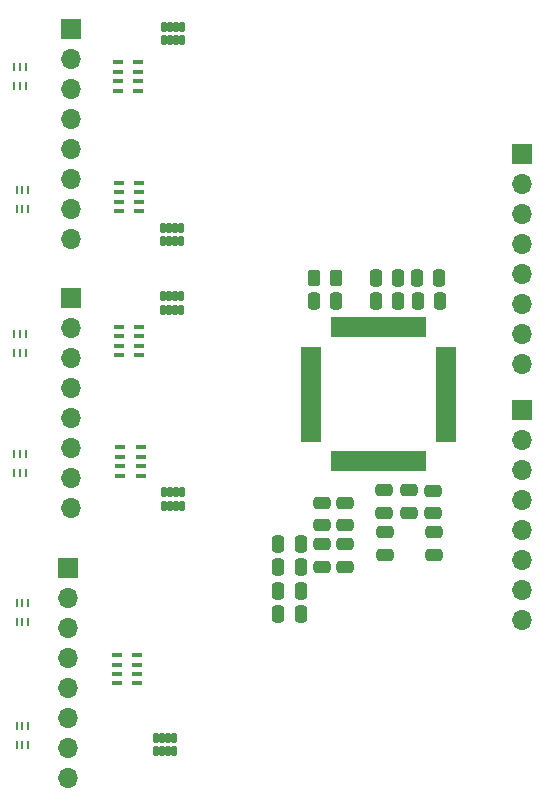
<source format=gbr>
%TF.GenerationSoftware,KiCad,Pcbnew,8.0.4*%
%TF.CreationDate,2024-11-14T19:13:44-05:00*%
%TF.ProjectId,ADS1299_Breakout_Board,41445331-3239-4395-9f42-7265616b6f75,rev?*%
%TF.SameCoordinates,Original*%
%TF.FileFunction,Soldermask,Top*%
%TF.FilePolarity,Negative*%
%FSLAX46Y46*%
G04 Gerber Fmt 4.6, Leading zero omitted, Abs format (unit mm)*
G04 Created by KiCad (PCBNEW 8.0.4) date 2024-11-14 19:13:44*
%MOMM*%
%LPD*%
G01*
G04 APERTURE LIST*
G04 Aperture macros list*
%AMRoundRect*
0 Rectangle with rounded corners*
0 $1 Rounding radius*
0 $2 $3 $4 $5 $6 $7 $8 $9 X,Y pos of 4 corners*
0 Add a 4 corners polygon primitive as box body*
4,1,4,$2,$3,$4,$5,$6,$7,$8,$9,$2,$3,0*
0 Add four circle primitives for the rounded corners*
1,1,$1+$1,$2,$3*
1,1,$1+$1,$4,$5*
1,1,$1+$1,$6,$7*
1,1,$1+$1,$8,$9*
0 Add four rect primitives between the rounded corners*
20,1,$1+$1,$2,$3,$4,$5,0*
20,1,$1+$1,$4,$5,$6,$7,0*
20,1,$1+$1,$6,$7,$8,$9,0*
20,1,$1+$1,$8,$9,$2,$3,0*%
G04 Aperture macros list end*
%ADD10RoundRect,0.250000X-0.250000X-0.475000X0.250000X-0.475000X0.250000X0.475000X-0.250000X0.475000X0*%
%ADD11RoundRect,0.250000X-0.475000X0.250000X-0.475000X-0.250000X0.475000X-0.250000X0.475000X0.250000X0*%
%ADD12RoundRect,0.102000X0.125000X-0.300000X0.125000X0.300000X-0.125000X0.300000X-0.125000X-0.300000X0*%
%ADD13R,0.900000X0.400000*%
%ADD14R,0.199200X0.704800*%
%ADD15RoundRect,0.250000X0.250000X0.475000X-0.250000X0.475000X-0.250000X-0.475000X0.250000X-0.475000X0*%
%ADD16RoundRect,0.060500X-0.821500X-0.181500X0.821500X-0.181500X0.821500X0.181500X-0.821500X0.181500X0*%
%ADD17RoundRect,0.060500X-0.181500X-0.821500X0.181500X-0.821500X0.181500X0.821500X-0.181500X0.821500X0*%
%ADD18R,1.700000X1.700000*%
%ADD19O,1.700000X1.700000*%
%ADD20RoundRect,0.102000X-0.125000X0.300000X-0.125000X-0.300000X0.125000X-0.300000X0.125000X0.300000X0*%
%ADD21RoundRect,0.250000X0.262500X0.450000X-0.262500X0.450000X-0.262500X-0.450000X0.262500X-0.450000X0*%
%ADD22RoundRect,0.250000X0.475000X-0.250000X0.475000X0.250000X-0.475000X0.250000X-0.475000X-0.250000X0*%
G04 APERTURE END LIST*
D10*
%TO.C,C10*%
X159550000Y-71250000D03*
X161450000Y-71250000D03*
%TD*%
D11*
%TO.C,C9*%
X160250000Y-91800000D03*
X160250000Y-93700000D03*
%TD*%
D10*
%TO.C,C22*%
X156550000Y-95750000D03*
X158450000Y-95750000D03*
%TD*%
D12*
%TO.C,C12*%
X146200000Y-109325000D03*
X146700000Y-109325000D03*
X147200000Y-109325000D03*
X147700000Y-109325000D03*
X147700000Y-108175000D03*
X147200000Y-108175000D03*
X146700000Y-108175000D03*
X146200000Y-108175000D03*
%TD*%
D13*
%TO.C,RN3*%
X144700000Y-53400000D03*
X144700000Y-52600000D03*
X144700000Y-51800000D03*
X144700000Y-51000000D03*
X143000000Y-51000000D03*
X143000000Y-51800000D03*
X143000000Y-52600000D03*
X143000000Y-53400000D03*
%TD*%
D11*
%TO.C,C3*%
X165538500Y-87227000D03*
X165538500Y-89127000D03*
%TD*%
D14*
%TO.C,U5*%
X135399999Y-61795199D03*
X134900000Y-61795199D03*
X134400001Y-61795199D03*
X134400001Y-63400001D03*
X134900000Y-63400001D03*
X135399999Y-63400001D03*
%TD*%
D13*
%TO.C,RN4*%
X144800000Y-63600000D03*
X144800000Y-62800000D03*
X144800000Y-62000000D03*
X144800000Y-61200000D03*
X143100000Y-61200000D03*
X143100000Y-62000000D03*
X143100000Y-62800000D03*
X143100000Y-63600000D03*
%TD*%
D11*
%TO.C,C17*%
X160250000Y-88300000D03*
X160250000Y-90200000D03*
%TD*%
D13*
%TO.C,RN2*%
X144600000Y-103600000D03*
X144600000Y-102800000D03*
X144600000Y-102000000D03*
X144600000Y-101200000D03*
X142900000Y-101200000D03*
X142900000Y-102000000D03*
X142900000Y-102800000D03*
X142900000Y-103600000D03*
%TD*%
D10*
%TO.C,C15*%
X168350000Y-71250000D03*
X170250000Y-71250000D03*
%TD*%
D12*
%TO.C,C14*%
X146800000Y-66150000D03*
X147300000Y-66150000D03*
X147800000Y-66150000D03*
X148300000Y-66150000D03*
X148300000Y-65000000D03*
X147800000Y-65000000D03*
X147300000Y-65000000D03*
X146800000Y-65000000D03*
%TD*%
D14*
%TO.C,U4*%
X135199999Y-51395199D03*
X134700000Y-51395199D03*
X134200001Y-51395199D03*
X134200001Y-53000001D03*
X134700000Y-53000001D03*
X135199999Y-53000001D03*
%TD*%
D10*
%TO.C,C7*%
X164800000Y-71250000D03*
X166700000Y-71250000D03*
%TD*%
D15*
%TO.C,C6*%
X166697800Y-69250000D03*
X164797800Y-69250000D03*
%TD*%
D11*
%TO.C,C18*%
X162250000Y-88300000D03*
X162250000Y-90200000D03*
%TD*%
D16*
%TO.C,U2*%
X159370000Y-75370000D03*
X159370000Y-75870000D03*
X159370000Y-76370000D03*
X159370000Y-76870000D03*
X159370000Y-77370000D03*
X159370000Y-77870000D03*
X159370000Y-78370000D03*
X159370000Y-78870000D03*
X159370000Y-79370000D03*
X159370000Y-79870000D03*
X159370000Y-80370000D03*
X159370000Y-80870000D03*
X159370000Y-81370000D03*
X159370000Y-81870000D03*
X159370000Y-82370000D03*
X159370000Y-82870000D03*
D17*
X161300000Y-84800000D03*
X161800000Y-84800000D03*
X162300000Y-84800000D03*
X162800000Y-84800000D03*
X163300000Y-84800000D03*
X163800000Y-84800000D03*
X164300000Y-84800000D03*
X164800000Y-84800000D03*
X165300000Y-84800000D03*
X165800000Y-84800000D03*
X166300000Y-84800000D03*
X166800000Y-84800000D03*
X167300000Y-84800000D03*
X167800000Y-84800000D03*
X168300000Y-84800000D03*
X168800000Y-84800000D03*
D16*
X170730000Y-82870000D03*
X170730000Y-82370000D03*
X170730000Y-81870000D03*
X170730000Y-81370000D03*
X170730000Y-80870000D03*
X170730000Y-80370000D03*
X170730000Y-79870000D03*
X170730000Y-79370000D03*
X170730000Y-78870000D03*
X170730000Y-78370000D03*
X170730000Y-77870000D03*
X170730000Y-77370000D03*
X170730000Y-76870000D03*
X170730000Y-76370000D03*
X170730000Y-75870000D03*
X170730000Y-75370000D03*
D17*
X168800000Y-73440000D03*
X168300000Y-73440000D03*
X167800000Y-73440000D03*
X167300000Y-73440000D03*
X166800000Y-73440000D03*
X166300000Y-73440000D03*
X165800000Y-73440000D03*
X165300000Y-73440000D03*
X164800000Y-73440000D03*
X164300000Y-73440000D03*
X163800000Y-73440000D03*
X163300000Y-73440000D03*
X162800000Y-73440000D03*
X162300000Y-73440000D03*
X161800000Y-73440000D03*
X161300000Y-73440000D03*
%TD*%
D10*
%TO.C,C20*%
X156550000Y-93750000D03*
X158450000Y-93750000D03*
%TD*%
D18*
%TO.C,J2*%
X139000000Y-71000000D03*
D19*
X139000000Y-73540000D03*
X139000000Y-76080000D03*
X139000000Y-78620000D03*
X139000000Y-81160000D03*
X139000000Y-83700000D03*
X139000000Y-86240000D03*
X139000000Y-88780000D03*
%TD*%
D13*
%TO.C,RN5*%
X144800000Y-75800000D03*
X144800000Y-75000000D03*
X144800000Y-74200000D03*
X144800000Y-73400000D03*
X143100000Y-73400000D03*
X143100000Y-74200000D03*
X143100000Y-75000000D03*
X143100000Y-75800000D03*
%TD*%
D20*
%TO.C,C13*%
X148400000Y-48000000D03*
X147900000Y-48000000D03*
X147400000Y-48000000D03*
X146900000Y-48000000D03*
X146900000Y-49150000D03*
X147400000Y-49150000D03*
X147900000Y-49150000D03*
X148400000Y-49150000D03*
%TD*%
D21*
%TO.C,R1*%
X161412500Y-69250000D03*
X159587500Y-69250000D03*
%TD*%
D14*
%TO.C,U1*%
X135199999Y-84199999D03*
X134700000Y-84199999D03*
X134200001Y-84199999D03*
X134200001Y-85804801D03*
X134700000Y-85804801D03*
X135199999Y-85804801D03*
%TD*%
D18*
%TO.C,J1*%
X139000000Y-48220000D03*
D19*
X139000000Y-50760000D03*
X139000000Y-53300000D03*
X139000000Y-55840000D03*
X139000000Y-58380000D03*
X139000000Y-60920000D03*
X139000000Y-63460000D03*
X139000000Y-66000000D03*
%TD*%
D13*
%TO.C,RN1*%
X144900000Y-86000000D03*
X144900000Y-85200000D03*
X144900000Y-84400000D03*
X144900000Y-83600000D03*
X143200000Y-83600000D03*
X143200000Y-84400000D03*
X143200000Y-85200000D03*
X143200000Y-86000000D03*
%TD*%
D11*
%TO.C,C5*%
X169649400Y-87300000D03*
X169649400Y-89200000D03*
%TD*%
D14*
%TO.C,U3*%
X135399999Y-107199999D03*
X134900000Y-107199999D03*
X134400001Y-107199999D03*
X134400001Y-108804801D03*
X134900000Y-108804801D03*
X135399999Y-108804801D03*
%TD*%
D10*
%TO.C,C16*%
X168300000Y-69250000D03*
X170200000Y-69250000D03*
%TD*%
%TO.C,C21*%
X156550000Y-91750000D03*
X158450000Y-91750000D03*
%TD*%
D11*
%TO.C,C8*%
X162250000Y-91800000D03*
X162250000Y-93700000D03*
%TD*%
D22*
%TO.C,C1*%
X169717800Y-92700000D03*
X169717800Y-90800000D03*
%TD*%
D14*
%TO.C,U6*%
X135399999Y-96799999D03*
X134900000Y-96799999D03*
X134400001Y-96799999D03*
X134400001Y-98404801D03*
X134900000Y-98404801D03*
X135399999Y-98404801D03*
%TD*%
D22*
%TO.C,C2*%
X165600000Y-92700000D03*
X165600000Y-90800000D03*
%TD*%
D12*
%TO.C,C11*%
X146900000Y-88550000D03*
X147400000Y-88550000D03*
X147900000Y-88550000D03*
X148400000Y-88550000D03*
X148400000Y-87400000D03*
X147900000Y-87400000D03*
X147400000Y-87400000D03*
X146900000Y-87400000D03*
%TD*%
D20*
%TO.C,C23*%
X148300000Y-70800000D03*
X147800000Y-70800000D03*
X147300000Y-70800000D03*
X146800000Y-70800000D03*
X146800000Y-71950000D03*
X147300000Y-71950000D03*
X147800000Y-71950000D03*
X148300000Y-71950000D03*
%TD*%
D18*
%TO.C,J5*%
X177200000Y-58800000D03*
D19*
X177200000Y-61340000D03*
X177200000Y-63880000D03*
X177200000Y-66420000D03*
X177200000Y-68960000D03*
X177200000Y-71500000D03*
X177200000Y-74040000D03*
X177200000Y-76580000D03*
%TD*%
D14*
%TO.C,U7*%
X135199999Y-73999999D03*
X134700000Y-73999999D03*
X134200001Y-73999999D03*
X134200001Y-75604801D03*
X134700000Y-75604801D03*
X135199999Y-75604801D03*
%TD*%
D10*
%TO.C,C19*%
X156550000Y-97750000D03*
X158450000Y-97750000D03*
%TD*%
D11*
%TO.C,C4*%
X167600000Y-87257100D03*
X167600000Y-89157100D03*
%TD*%
D18*
%TO.C,J3*%
X138800000Y-93800000D03*
D19*
X138800000Y-96340000D03*
X138800000Y-98880000D03*
X138800000Y-101420000D03*
X138800000Y-103960000D03*
X138800000Y-106500000D03*
X138800000Y-109040000D03*
X138800000Y-111580000D03*
%TD*%
D18*
%TO.C,J4*%
X177200000Y-80440000D03*
D19*
X177200000Y-82980000D03*
X177200000Y-85520000D03*
X177200000Y-88060000D03*
X177200000Y-90600000D03*
X177200000Y-93140000D03*
X177200000Y-95680000D03*
X177200000Y-98220000D03*
%TD*%
M02*

</source>
